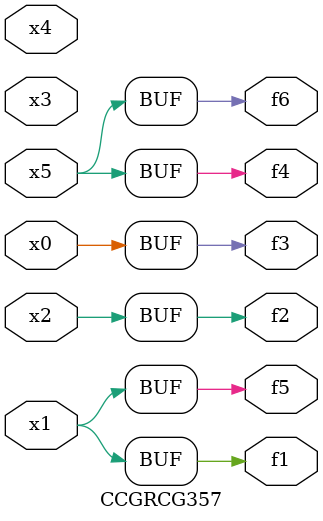
<source format=v>
module CCGRCG357(
	input x0, x1, x2, x3, x4, x5,
	output f1, f2, f3, f4, f5, f6
);
	assign f1 = x1;
	assign f2 = x2;
	assign f3 = x0;
	assign f4 = x5;
	assign f5 = x1;
	assign f6 = x5;
endmodule

</source>
